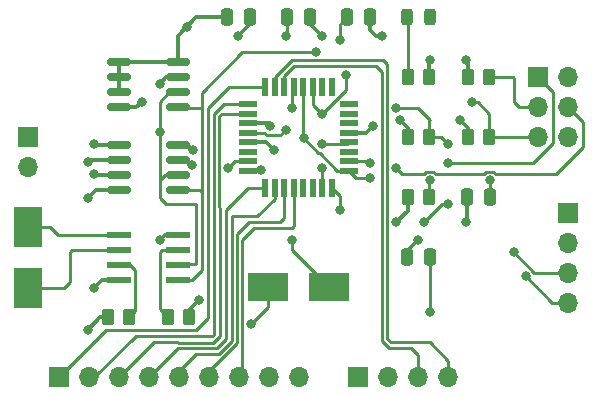
<source format=gtl>
%TF.GenerationSoftware,KiCad,Pcbnew,(6.0.0)*%
%TF.CreationDate,2022-01-07T19:36:24+08:00*%
%TF.ProjectId,pj4_MCU,706a345f-4d43-4552-9e6b-696361645f70,1*%
%TF.SameCoordinates,Original*%
%TF.FileFunction,Copper,L1,Top*%
%TF.FilePolarity,Positive*%
%FSLAX46Y46*%
G04 Gerber Fmt 4.6, Leading zero omitted, Abs format (unit mm)*
G04 Created by KiCad (PCBNEW (6.0.0)) date 2022-01-07 19:36:24*
%MOMM*%
%LPD*%
G01*
G04 APERTURE LIST*
G04 Aperture macros list*
%AMRoundRect*
0 Rectangle with rounded corners*
0 $1 Rounding radius*
0 $2 $3 $4 $5 $6 $7 $8 $9 X,Y pos of 4 corners*
0 Add a 4 corners polygon primitive as box body*
4,1,4,$2,$3,$4,$5,$6,$7,$8,$9,$2,$3,0*
0 Add four circle primitives for the rounded corners*
1,1,$1+$1,$2,$3*
1,1,$1+$1,$4,$5*
1,1,$1+$1,$6,$7*
1,1,$1+$1,$8,$9*
0 Add four rect primitives between the rounded corners*
20,1,$1+$1,$2,$3,$4,$5,0*
20,1,$1+$1,$4,$5,$6,$7,0*
20,1,$1+$1,$6,$7,$8,$9,0*
20,1,$1+$1,$8,$9,$2,$3,0*%
G04 Aperture macros list end*
%TA.AperFunction,SMDPad,CuDef*%
%ADD10RoundRect,0.150000X-0.825000X-0.150000X0.825000X-0.150000X0.825000X0.150000X-0.825000X0.150000X0*%
%TD*%
%TA.AperFunction,SMDPad,CuDef*%
%ADD11RoundRect,0.250000X-0.250000X-0.475000X0.250000X-0.475000X0.250000X0.475000X-0.250000X0.475000X0*%
%TD*%
%TA.AperFunction,ComponentPad*%
%ADD12O,1.700000X1.700000*%
%TD*%
%TA.AperFunction,ComponentPad*%
%ADD13R,1.700000X1.700000*%
%TD*%
%TA.AperFunction,SMDPad,CuDef*%
%ADD14RoundRect,0.250000X-0.262500X-0.450000X0.262500X-0.450000X0.262500X0.450000X-0.262500X0.450000X0*%
%TD*%
%TA.AperFunction,SMDPad,CuDef*%
%ADD15RoundRect,0.250000X0.262500X0.450000X-0.262500X0.450000X-0.262500X-0.450000X0.262500X-0.450000X0*%
%TD*%
%TA.AperFunction,SMDPad,CuDef*%
%ADD16R,0.550000X1.500000*%
%TD*%
%TA.AperFunction,SMDPad,CuDef*%
%ADD17R,1.500000X0.550000*%
%TD*%
%TA.AperFunction,SMDPad,CuDef*%
%ADD18R,3.500000X2.400000*%
%TD*%
%TA.AperFunction,SMDPad,CuDef*%
%ADD19RoundRect,0.041300X-0.943700X-0.253700X0.943700X-0.253700X0.943700X0.253700X-0.943700X0.253700X0*%
%TD*%
%TA.AperFunction,SMDPad,CuDef*%
%ADD20RoundRect,0.243750X-0.243750X-0.456250X0.243750X-0.456250X0.243750X0.456250X-0.243750X0.456250X0*%
%TD*%
%TA.AperFunction,SMDPad,CuDef*%
%ADD21R,2.400000X3.500000*%
%TD*%
%TA.AperFunction,ViaPad*%
%ADD22C,0.800000*%
%TD*%
%TA.AperFunction,Conductor*%
%ADD23C,0.250000*%
%TD*%
%TA.AperFunction,Conductor*%
%ADD24C,0.350000*%
%TD*%
G04 APERTURE END LIST*
D10*
%TO.P,U3,8,VCC*%
%TO.N,/VCC*%
X123953000Y-119441000D03*
%TO.P,U3,7,WP*%
%TO.N,GND*%
X123953000Y-120711000D03*
%TO.P,U3,6,SCL*%
%TO.N,/SCK*%
X123953000Y-121981000D03*
%TO.P,U3,5,SDA*%
%TO.N,/SDA*%
X123953000Y-123251000D03*
%TO.P,U3,4,GND*%
%TO.N,GND*%
X119003000Y-123251000D03*
%TO.P,U3,3,A2*%
%TO.N,/VCC*%
X119003000Y-121981000D03*
%TO.P,U3,2,A1*%
%TO.N,GND*%
X119003000Y-120711000D03*
%TO.P,U3,1,A0*%
%TO.N,/VCC*%
X119003000Y-119441000D03*
%TD*%
%TO.P,U1,1,A0*%
%TO.N,/VCC*%
X119003000Y-112456000D03*
%TO.P,U1,2,A1*%
X119003000Y-113726000D03*
%TO.P,U1,3,A2*%
X119003000Y-114996000D03*
%TO.P,U1,4,GND*%
%TO.N,GND*%
X119003000Y-116266000D03*
%TO.P,U1,5,SDA*%
%TO.N,/SDA*%
X123953000Y-116266000D03*
%TO.P,U1,6,SCL*%
%TO.N,/SCK*%
X123953000Y-114996000D03*
%TO.P,U1,7,WP*%
%TO.N,GND*%
X123953000Y-113726000D03*
%TO.P,U1,8,VCC*%
%TO.N,/VCC*%
X123953000Y-112456000D03*
%TD*%
D11*
%TO.P,C1,1*%
%TO.N,/VCC*%
X128148000Y-108646000D03*
%TO.P,C1,2*%
%TO.N,GND*%
X130048000Y-108646000D03*
%TD*%
D12*
%TO.P,BT1,2,-*%
%TO.N,GND*%
X111318000Y-121346000D03*
D13*
%TO.P,BT1,1,+*%
%TO.N,/VCC*%
X111318000Y-118806000D03*
%TD*%
%TO.P,J3,1,Pin_1*%
%TO.N,GND*%
X157038000Y-125166000D03*
D12*
%TO.P,J3,2,Pin_2*%
%TO.N,/VCC*%
X157038000Y-127706000D03*
%TO.P,J3,3,Pin_3*%
%TO.N,/SDA*%
X157038000Y-130246000D03*
%TO.P,J3,4,Pin_4*%
%TO.N,/SCK*%
X157038000Y-132786000D03*
%TD*%
D13*
%TO.P,J2,1,Pin_1*%
%TO.N,/MISO*%
X154498000Y-113726000D03*
D12*
%TO.P,J2,2,Pin_2*%
%TO.N,/VCC*%
X157038000Y-113726000D03*
%TO.P,J2,3,Pin_3*%
%TO.N,/SCK*%
X154498000Y-116266000D03*
%TO.P,J2,4,Pin_4*%
%TO.N,/MOSI*%
X157038000Y-116266000D03*
%TO.P,J2,5,Pin_5*%
%TO.N,/RESET*%
X154498000Y-118806000D03*
%TO.P,J2,6,Pin_6*%
%TO.N,GND*%
X157038000Y-118806000D03*
%TD*%
D14*
%TO.P,R4,1*%
%TO.N,/VCC*%
X143425500Y-118806000D03*
%TO.P,R4,2*%
%TO.N,/SDA*%
X145250500Y-118806000D03*
%TD*%
D11*
%TO.P,C7,1*%
%TO.N,GND*%
X148468000Y-123886000D03*
%TO.P,C7,2*%
%TO.N,Net-(U4-Pad20)*%
X150368000Y-123886000D03*
%TD*%
D15*
%TO.P,R2,1*%
%TO.N,/VCC*%
X124930500Y-134046000D03*
%TO.P,R2,2*%
%TO.N,Net-(U2-Pad7)*%
X123105500Y-134046000D03*
%TD*%
D14*
%TO.P,R1,1*%
%TO.N,/VCC*%
X118025500Y-134046000D03*
%TO.P,R1,2*%
%TO.N,Net-(U2-Pad3)*%
X119850500Y-134046000D03*
%TD*%
D11*
%TO.P,C6,1*%
%TO.N,Net-(Y2-Pad1)*%
X133228000Y-108646000D03*
%TO.P,C6,2*%
%TO.N,GND*%
X135128000Y-108646000D03*
%TD*%
D16*
%TO.P,U4,32,PD2*%
%TO.N,/D2*%
X131378000Y-114506000D03*
%TO.P,U4,31,PD1*%
%TO.N,/TX*%
X132178000Y-114506000D03*
%TO.P,U4,30,PD0*%
%TO.N,/RX*%
X132978000Y-114506000D03*
%TO.P,U4,29,PC6/~{RESET}*%
%TO.N,/RESET*%
X133778000Y-114506000D03*
%TO.P,U4,28,PC5*%
%TO.N,/SCK*%
X134578000Y-114506000D03*
%TO.P,U4,27,PC4*%
%TO.N,/SDA*%
X135378000Y-114506000D03*
%TO.P,U4,26,PC3*%
%TO.N,unconnected-(U4-Pad26)*%
X136178000Y-114506000D03*
%TO.P,U4,25,PC2*%
%TO.N,unconnected-(U4-Pad25)*%
X136978000Y-114506000D03*
D17*
%TO.P,U4,24,PC1*%
%TO.N,unconnected-(U4-Pad24)*%
X138478000Y-116006000D03*
%TO.P,U4,23,PC0*%
%TO.N,unconnected-(U4-Pad23)*%
X138478000Y-116806000D03*
%TO.P,U4,22,ADC7*%
%TO.N,unconnected-(U4-Pad22)*%
X138478000Y-117606000D03*
%TO.P,U4,21,GND*%
%TO.N,GND*%
X138478000Y-118406000D03*
%TO.P,U4,20,AREF*%
%TO.N,Net-(U4-Pad20)*%
X138478000Y-119206000D03*
%TO.P,U4,19,ADC6*%
%TO.N,unconnected-(U4-Pad19)*%
X138478000Y-120006000D03*
%TO.P,U4,18,AVCC*%
%TO.N,/VCC*%
X138478000Y-120806000D03*
%TO.P,U4,17,PB5*%
%TO.N,/SCK*%
X138478000Y-121606000D03*
D16*
%TO.P,U4,16,PB4*%
%TO.N,/MISO*%
X136978000Y-123106000D03*
%TO.P,U4,15,PB3*%
%TO.N,/MOSI*%
X136178000Y-123106000D03*
%TO.P,U4,14,PB2*%
%TO.N,unconnected-(U4-Pad14)*%
X135378000Y-123106000D03*
%TO.P,U4,13,PB1*%
%TO.N,unconnected-(U4-Pad13)*%
X134578000Y-123106000D03*
%TO.P,U4,12,PB0*%
%TO.N,/D8*%
X133778000Y-123106000D03*
%TO.P,U4,11,PD7*%
%TO.N,/D7*%
X132978000Y-123106000D03*
%TO.P,U4,10,PD6*%
%TO.N,/D6*%
X132178000Y-123106000D03*
%TO.P,U4,9,PD5*%
%TO.N,/D5*%
X131378000Y-123106000D03*
D17*
%TO.P,U4,8,PB7*%
%TO.N,Net-(Y2-Pad1)*%
X129878000Y-121606000D03*
%TO.P,U4,7,PB6*%
%TO.N,Net-(U4-Pad7)*%
X129878000Y-120806000D03*
%TO.P,U4,6,VCC*%
%TO.N,unconnected-(U4-Pad6)*%
X129878000Y-120006000D03*
%TO.P,U4,5,GND*%
%TO.N,GND*%
X129878000Y-119206000D03*
%TO.P,U4,4,VCC*%
%TO.N,/VCC*%
X129878000Y-118406000D03*
%TO.P,U4,3,GND*%
%TO.N,GND*%
X129878000Y-117606000D03*
%TO.P,U4,2,PD4*%
%TO.N,/D4*%
X129878000Y-116806000D03*
%TO.P,U4,1,PD3*%
%TO.N,/D3*%
X129878000Y-116006000D03*
%TD*%
D18*
%TO.P,Y2,1,1*%
%TO.N,Net-(Y2-Pad1)*%
X136778000Y-131506000D03*
%TO.P,Y2,2,2*%
%TO.N,Net-(U4-Pad7)*%
X131578000Y-131506000D03*
%TD*%
D13*
%TO.P,J4,1,Pin_1*%
%TO.N,GND*%
X139258000Y-139126000D03*
D12*
%TO.P,J4,2,Pin_2*%
%TO.N,/VCC*%
X141798000Y-139126000D03*
%TO.P,J4,3,Pin_3*%
%TO.N,/RX*%
X144338000Y-139126000D03*
%TO.P,J4,4,Pin_4*%
%TO.N,/TX*%
X146878000Y-139126000D03*
%TD*%
D19*
%TO.P,U2,1,X1*%
%TO.N,Net-(U2-Pad1)*%
X119003000Y-127061000D03*
%TO.P,U2,2,X2*%
%TO.N,Net-(U2-Pad2)*%
X119003000Y-128331000D03*
%TO.P,U2,3,~{INTA}*%
%TO.N,Net-(U2-Pad3)*%
X119003000Y-129601000D03*
%TO.P,U2,4,GND*%
%TO.N,GND*%
X119003000Y-130871000D03*
%TO.P,U2,5,SDA*%
%TO.N,/SDA*%
X123953000Y-130871000D03*
%TO.P,U2,6,SCL*%
%TO.N,/SCK*%
X123953000Y-129601000D03*
%TO.P,U2,7,SQW/~{INT}*%
%TO.N,Net-(U2-Pad7)*%
X123953000Y-128331000D03*
%TO.P,U2,8,VCC*%
%TO.N,/VCC*%
X123953000Y-127061000D03*
%TD*%
D11*
%TO.P,C8,1*%
%TO.N,/VCC*%
X138308000Y-108646000D03*
%TO.P,C8,2*%
%TO.N,GND*%
X140208000Y-108646000D03*
%TD*%
D14*
%TO.P,R7,1*%
%TO.N,Net-(D2-Pad1)*%
X143425500Y-113726000D03*
%TO.P,R7,2*%
%TO.N,GND*%
X145250500Y-113726000D03*
%TD*%
%TO.P,R6,1*%
%TO.N,/VCC*%
X148505500Y-118806000D03*
%TO.P,R6,2*%
%TO.N,/RESET*%
X150330500Y-118806000D03*
%TD*%
D11*
%TO.P,C5,1*%
%TO.N,GND*%
X143388000Y-128966000D03*
%TO.P,C5,2*%
%TO.N,Net-(U4-Pad7)*%
X145288000Y-128966000D03*
%TD*%
D20*
%TO.P,D2,1,K*%
%TO.N,Net-(D2-Pad1)*%
X143400500Y-108646000D03*
%TO.P,D2,2,A*%
%TO.N,Net-(U4-Pad18)*%
X145275500Y-108646000D03*
%TD*%
D21*
%TO.P,Y1,1,1*%
%TO.N,Net-(U2-Pad2)*%
X111318000Y-131566000D03*
%TO.P,Y1,2,2*%
%TO.N,Net-(U2-Pad1)*%
X111318000Y-126366000D03*
%TD*%
D13*
%TO.P,J1,1,Pin_1*%
%TO.N,/D2*%
X113868000Y-139126000D03*
D12*
%TO.P,J1,2,Pin_2*%
%TO.N,/D3*%
X116408000Y-139126000D03*
%TO.P,J1,3,Pin_3*%
%TO.N,/D4*%
X118948000Y-139126000D03*
%TO.P,J1,4,Pin_4*%
%TO.N,/D5*%
X121488000Y-139126000D03*
%TO.P,J1,5,Pin_5*%
%TO.N,/D6*%
X124028000Y-139126000D03*
%TO.P,J1,6,Pin_6*%
%TO.N,/D7*%
X126568000Y-139126000D03*
%TO.P,J1,7,Pin_7*%
%TO.N,/D8*%
X129108000Y-139126000D03*
%TO.P,J1,8,Pin_8*%
%TO.N,GND*%
X131648000Y-139126000D03*
%TO.P,J1,9,Pin_9*%
%TO.N,/VCC*%
X134188000Y-139126000D03*
%TD*%
D14*
%TO.P,R5,1*%
%TO.N,GND*%
X148505500Y-113726000D03*
%TO.P,R5,2*%
%TO.N,/SCK*%
X150330500Y-113726000D03*
%TD*%
%TO.P,R3,1*%
%TO.N,/VCC*%
X143425500Y-123886000D03*
%TO.P,R3,2*%
%TO.N,/SCK*%
X145250500Y-123886000D03*
%TD*%
D22*
%TO.N,/SDA*%
X138176000Y-113500500D03*
X135636000Y-111543500D03*
%TO.N,GND*%
X125168770Y-121133505D03*
%TO.N,/MISO*%
X137668000Y-124968000D03*
X144780000Y-125984000D03*
X146812000Y-120962469D03*
X146812000Y-124460000D03*
%TO.N,/VCC*%
X137668000Y-110527500D03*
X147828000Y-117348000D03*
X142748000Y-117348000D03*
X142448020Y-125984000D03*
X133096000Y-118147500D03*
X140208000Y-120962469D03*
%TO.N,GND*%
X140449500Y-117856000D03*
X132080000Y-119888000D03*
X131811972Y-117856000D03*
%TO.N,/VCC*%
X122428000Y-127508000D03*
X125775980Y-132588000D03*
X116332000Y-135128000D03*
X125209500Y-119887941D03*
X116840000Y-121920000D03*
X116840000Y-119380000D03*
X124714000Y-109474000D03*
%TO.N,GND*%
X144272000Y-127508000D03*
X148336000Y-125984000D03*
X148336000Y-112268000D03*
X145288000Y-112268000D03*
X141224000Y-110236000D03*
X136144000Y-110236000D03*
X129032000Y-110236000D03*
X120904000Y-115824000D03*
X122428000Y-114300000D03*
X116840000Y-131572000D03*
X116332000Y-120904000D03*
X116332000Y-123952000D03*
%TO.N,/RESET*%
X133604000Y-116332000D03*
X148844000Y-115824000D03*
%TO.N,/SCK*%
X122428000Y-118364000D03*
X122428000Y-118364000D03*
X134615693Y-118876307D03*
%TO.N,Net-(U4-Pad7)*%
X145288000Y-133604000D03*
X128174020Y-121412000D03*
X130147540Y-134620000D03*
%TO.N,/SCK*%
X153411701Y-130560299D03*
%TO.N,/SDA*%
X146812000Y-119380000D03*
X152400000Y-128524000D03*
%TO.N,Net-(U4-Pad20)*%
X150368000Y-122428000D03*
X136144000Y-119380000D03*
%TO.N,Net-(Y2-Pad1)*%
X133096000Y-110236000D03*
X131037472Y-121518875D03*
X133604000Y-127508000D03*
%TO.N,/SCK*%
X140208000Y-122211500D03*
X145288000Y-122428000D03*
%TO.N,/SDA*%
X136144000Y-116840000D03*
X142398020Y-116332000D03*
%TO.N,/MOSI*%
X136144000Y-121412000D03*
X142398020Y-121412000D03*
%TD*%
D23*
%TO.N,/SCK*%
X122428000Y-118872000D02*
X122428000Y-115824000D01*
X122428000Y-115824000D02*
X123256000Y-114996000D01*
X123256000Y-114996000D02*
X123953000Y-114996000D01*
%TO.N,/SDA*%
X123953000Y-116266000D02*
X124019000Y-116332000D01*
X124019000Y-116332000D02*
X125984000Y-116332000D01*
X125984000Y-116332000D02*
X125825980Y-116332000D01*
X125984000Y-116840000D02*
X125984000Y-123385520D01*
X125984000Y-116840000D02*
X125984000Y-114998141D01*
X125984000Y-114998141D02*
X129438641Y-111543500D01*
X129438641Y-111543500D02*
X135636000Y-111543500D01*
X138176000Y-113500500D02*
X138176000Y-114808000D01*
X138176000Y-114808000D02*
X136144000Y-116840000D01*
X125984000Y-116332000D02*
X125984000Y-116840000D01*
%TO.N,/TX*%
X132178000Y-113694000D02*
X132178000Y-114506000D01*
X133604000Y-112268000D02*
X132178000Y-113694000D01*
X141673520Y-112589802D02*
X141351718Y-112268000D01*
X141351718Y-112268000D02*
X133604000Y-112268000D01*
X141991718Y-136144000D02*
X141673520Y-135825802D01*
X146878000Y-137734000D02*
X145288000Y-136144000D01*
X145288000Y-136144000D02*
X141991718Y-136144000D01*
X141673520Y-135825802D02*
X141673520Y-112589802D01*
X146878000Y-139126000D02*
X146878000Y-137734000D01*
%TO.N,/RX*%
X132978000Y-113631978D02*
X132978000Y-114506000D01*
X133833978Y-112776000D02*
X132978000Y-113631978D01*
X141224000Y-136011999D02*
X141224000Y-113284000D01*
X141224000Y-113284000D02*
X140716000Y-112776000D01*
X141805520Y-136593520D02*
X141224000Y-136011999D01*
X143705520Y-136593520D02*
X141805520Y-136593520D01*
X140716000Y-112776000D02*
X133833978Y-112776000D01*
X144338000Y-139126000D02*
X144338000Y-137226000D01*
X144338000Y-137226000D02*
X143705520Y-136593520D01*
D24*
%TO.N,GND*%
X124746265Y-120711000D02*
X125168770Y-121133505D01*
X123953000Y-120711000D02*
X124746265Y-120711000D01*
D23*
%TO.N,/MISO*%
X137668000Y-123796000D02*
X136978000Y-123106000D01*
X137668000Y-124968000D02*
X137668000Y-123796000D01*
X146304000Y-124460000D02*
X144780000Y-125984000D01*
X146812000Y-124460000D02*
X146304000Y-124460000D01*
X154002541Y-120962469D02*
X146812000Y-120962469D01*
X154498000Y-113726000D02*
X155722511Y-114950511D01*
X155722511Y-114950511D02*
X155722511Y-119242499D01*
X155722511Y-119242499D02*
X154002541Y-120962469D01*
%TO.N,/MOSI*%
X142906020Y-121920000D02*
X142398020Y-121412000D01*
X144771386Y-121920000D02*
X142906020Y-121920000D01*
X144987897Y-121703489D02*
X144771386Y-121920000D01*
X145588103Y-121703489D02*
X144987897Y-121703489D01*
X145804614Y-121920000D02*
X145588103Y-121703489D01*
X150067897Y-121703489D02*
X149851386Y-121920000D01*
X150884614Y-121920000D02*
X150668103Y-121703489D01*
X150668103Y-121703489D02*
X150067897Y-121703489D01*
X149851386Y-121920000D02*
X145804614Y-121920000D01*
X158262511Y-119613489D02*
X155956000Y-121920000D01*
X158262511Y-117490511D02*
X158262511Y-119613489D01*
X155956000Y-121920000D02*
X150884614Y-121920000D01*
X157038000Y-116266000D02*
X158262511Y-117490511D01*
%TO.N,Net-(U4-Pad20)*%
X150368000Y-122428000D02*
X150368000Y-123886000D01*
%TO.N,/SCK*%
X145250500Y-122465500D02*
X145288000Y-122428000D01*
X145250500Y-123886000D02*
X145250500Y-122465500D01*
X145250500Y-122390500D02*
X145288000Y-122428000D01*
%TO.N,/VCC*%
X137668000Y-110236000D02*
X137668000Y-110527500D01*
X137668000Y-109286000D02*
X137668000Y-110236000D01*
X138308000Y-108646000D02*
X137668000Y-109286000D01*
D24*
X148505500Y-118025500D02*
X147828000Y-117348000D01*
X148505500Y-118806000D02*
X148505500Y-118025500D01*
X143425500Y-118025500D02*
X142748000Y-117348000D01*
X143425500Y-118806000D02*
X143425500Y-118025500D01*
X143425500Y-125006520D02*
X142448020Y-125984000D01*
X143425500Y-123886000D02*
X143425500Y-125006520D01*
D23*
X132612989Y-118630511D02*
X133096000Y-118147500D01*
X131491158Y-118630511D02*
X132612989Y-118630511D01*
X131266647Y-118406000D02*
X131491158Y-118630511D01*
X129878000Y-118406000D02*
X131266647Y-118406000D01*
X140051531Y-120806000D02*
X140208000Y-120962469D01*
X138478000Y-120806000D02*
X140051531Y-120806000D01*
D24*
%TO.N,GND*%
X139899500Y-118406000D02*
X140449500Y-117856000D01*
X138478000Y-118406000D02*
X139899500Y-118406000D01*
X131398000Y-119206000D02*
X132080000Y-119888000D01*
X129878000Y-119206000D02*
X131398000Y-119206000D01*
X131561972Y-117606000D02*
X131811972Y-117856000D01*
X129878000Y-117606000D02*
X131561972Y-117606000D01*
%TO.N,/VCC*%
X122875000Y-127061000D02*
X122428000Y-127508000D01*
X123953000Y-127061000D02*
X122875000Y-127061000D01*
X124930500Y-133433480D02*
X125775980Y-132588000D01*
X124930500Y-134046000D02*
X124930500Y-133433480D01*
X117414000Y-134046000D02*
X116332000Y-135128000D01*
X118025500Y-134046000D02*
X117414000Y-134046000D01*
X124762559Y-119441000D02*
X125209500Y-119887941D01*
X123953000Y-119441000D02*
X124762559Y-119441000D01*
X116901000Y-121981000D02*
X116840000Y-121920000D01*
X119003000Y-121981000D02*
X116901000Y-121981000D01*
X116901000Y-119441000D02*
X116840000Y-119380000D01*
X119003000Y-119441000D02*
X116901000Y-119441000D01*
X125542000Y-108646000D02*
X128148000Y-108646000D01*
X123952000Y-110236000D02*
X125542000Y-108646000D01*
X123952000Y-112455000D02*
X123952000Y-110236000D01*
X123953000Y-112456000D02*
X123952000Y-112455000D01*
%TO.N,GND*%
X143388000Y-128392000D02*
X144272000Y-127508000D01*
X143388000Y-128966000D02*
X143388000Y-128392000D01*
X148468000Y-125852000D02*
X148336000Y-125984000D01*
X148468000Y-123886000D02*
X148468000Y-125852000D01*
X148505500Y-112437500D02*
X148336000Y-112268000D01*
X148505500Y-113726000D02*
X148505500Y-112437500D01*
X145250500Y-112305500D02*
X145288000Y-112268000D01*
X145250500Y-113726000D02*
X145250500Y-112305500D01*
X140716000Y-110236000D02*
X141224000Y-110236000D01*
X140208000Y-109728000D02*
X140716000Y-110236000D01*
X140208000Y-108646000D02*
X140208000Y-109728000D01*
X135128000Y-109220000D02*
X136144000Y-110236000D01*
X135128000Y-108646000D02*
X135128000Y-109220000D01*
X130048000Y-109220000D02*
X129032000Y-110236000D01*
X130048000Y-108646000D02*
X130048000Y-109220000D01*
X120462000Y-116266000D02*
X120904000Y-115824000D01*
X119003000Y-116266000D02*
X120462000Y-116266000D01*
X123002000Y-113726000D02*
X122428000Y-114300000D01*
X123953000Y-113726000D02*
X123002000Y-113726000D01*
X117541000Y-130871000D02*
X116840000Y-131572000D01*
X119003000Y-130871000D02*
X117541000Y-130871000D01*
X116525000Y-120711000D02*
X116332000Y-120904000D01*
X119003000Y-120711000D02*
X116525000Y-120711000D01*
X117033000Y-123251000D02*
X116332000Y-123952000D01*
X119003000Y-123251000D02*
X117033000Y-123251000D01*
D23*
%TO.N,/RESET*%
X133604000Y-114680000D02*
X133778000Y-114506000D01*
X133604000Y-116332000D02*
X133604000Y-114680000D01*
X149352000Y-115824000D02*
X148844000Y-115824000D01*
X150330500Y-116802500D02*
X149352000Y-115824000D01*
X150330500Y-118806000D02*
X150330500Y-116802500D01*
%TO.N,/SDA*%
X145250500Y-117385500D02*
X145250500Y-118806000D01*
X145288000Y-117348000D02*
X145250500Y-117385500D01*
X142398020Y-116332000D02*
X144272000Y-116332000D01*
X144272000Y-116332000D02*
X145288000Y-117348000D01*
%TO.N,/D2*%
X128318000Y-114506000D02*
X131378000Y-114506000D01*
X126550480Y-134053520D02*
X126550480Y-116273520D01*
X125483480Y-135120520D02*
X126550480Y-134053520D01*
X126550480Y-116273520D02*
X128318000Y-114506000D01*
X117873480Y-135120520D02*
X125483480Y-135120520D01*
X113868000Y-139126000D02*
X117873480Y-135120520D01*
%TO.N,/SDA*%
X125984000Y-123444000D02*
X125791000Y-123251000D01*
X125791000Y-123251000D02*
X123953000Y-123251000D01*
X125984000Y-130048000D02*
X125984000Y-123444000D01*
X125161000Y-130871000D02*
X125984000Y-130048000D01*
X123953000Y-130871000D02*
X125161000Y-130871000D01*
%TO.N,/SCK*%
X122428000Y-123952000D02*
X122428000Y-122428000D01*
X125476000Y-124460000D02*
X122936000Y-124460000D01*
X125476000Y-129540000D02*
X125476000Y-124460000D01*
X122936000Y-124460000D02*
X122428000Y-123952000D01*
X124397747Y-129601000D02*
X124458747Y-129540000D01*
X123953000Y-129601000D02*
X124397747Y-129601000D01*
X124458747Y-129540000D02*
X125476000Y-129540000D01*
%TO.N,/D3*%
X126872282Y-135636000D02*
X120396000Y-135636000D01*
X127000000Y-116840000D02*
X127000000Y-135508282D01*
X127834000Y-116006000D02*
X127000000Y-116840000D01*
X120396000Y-135636000D02*
X116906000Y-139126000D01*
X116906000Y-139126000D02*
X116408000Y-139126000D01*
X129878000Y-116006000D02*
X127834000Y-116006000D01*
X127000000Y-135508282D02*
X126872282Y-135636000D01*
%TO.N,/D4*%
X121930000Y-136144000D02*
X118948000Y-139126000D01*
X123952000Y-136144000D02*
X121930000Y-136144000D01*
X126941520Y-136202480D02*
X124010480Y-136202480D01*
X127566480Y-135577520D02*
X126941520Y-136202480D01*
X127449509Y-124664831D02*
X127566480Y-124781802D01*
X127449509Y-117026209D02*
X127449509Y-124664831D01*
X124010480Y-136202480D02*
X123952000Y-136144000D01*
X127669718Y-116806000D02*
X127449509Y-117026209D01*
X129878000Y-116806000D02*
X127669718Y-116806000D01*
X127566480Y-124781802D02*
X127566480Y-135577520D01*
%TO.N,/D5*%
X129878000Y-123106000D02*
X131378000Y-123106000D01*
X128016000Y-124968000D02*
X129878000Y-123106000D01*
X128016000Y-135888564D02*
X128016000Y-124968000D01*
X123952000Y-136652000D02*
X127252564Y-136652000D01*
X121488000Y-139116000D02*
X123952000Y-136652000D01*
X127252564Y-136652000D02*
X128016000Y-135888564D01*
X121488000Y-139126000D02*
X121488000Y-139116000D01*
%TO.N,/D6*%
X132178000Y-123980022D02*
X132178000Y-123106000D01*
X128524000Y-125476000D02*
X130682022Y-125476000D01*
X130682022Y-125476000D02*
X132178000Y-123980022D01*
X128524000Y-136016282D02*
X128524000Y-125476000D01*
X124028000Y-138608000D02*
X125534480Y-137101520D01*
X125534480Y-137101520D02*
X127438762Y-137101520D01*
X127438762Y-137101520D02*
X128524000Y-136016282D01*
X124028000Y-139126000D02*
X124028000Y-138608000D01*
%TO.N,/D7*%
X132978000Y-125594000D02*
X132978000Y-123106000D01*
X129989520Y-125984000D02*
X132588000Y-125984000D01*
X128973520Y-127000000D02*
X129989520Y-125984000D01*
X132588000Y-125984000D02*
X132978000Y-125594000D01*
X128973520Y-136202480D02*
X128973520Y-127000000D01*
X126568000Y-138608000D02*
X128973520Y-136202480D01*
X126568000Y-139126000D02*
X126568000Y-138608000D01*
%TO.N,/SCK*%
X134615693Y-118876307D02*
X134578000Y-118838614D01*
X134578000Y-118838614D02*
X134578000Y-114506000D01*
X135976511Y-120104511D02*
X135843897Y-120104511D01*
X135843897Y-120104511D02*
X134615693Y-118876307D01*
X137478000Y-121606000D02*
X135976511Y-120104511D01*
X138478000Y-121606000D02*
X137478000Y-121606000D01*
%TO.N,Net-(U4-Pad7)*%
X145288000Y-128966000D02*
X145288000Y-133604000D01*
X131578000Y-133189540D02*
X131578000Y-131506000D01*
X130147540Y-134620000D02*
X131578000Y-133189540D01*
X128780020Y-120806000D02*
X128174020Y-121412000D01*
X129878000Y-120806000D02*
X128780020Y-120806000D01*
%TO.N,/SCK*%
X155637402Y-132786000D02*
X153411701Y-130560299D01*
X157038000Y-132786000D02*
X155637402Y-132786000D01*
%TO.N,/SDA*%
X146238000Y-118806000D02*
X146812000Y-119380000D01*
X145250500Y-118806000D02*
X146238000Y-118806000D01*
X154122000Y-130246000D02*
X152400000Y-128524000D01*
X157038000Y-130246000D02*
X154122000Y-130246000D01*
%TO.N,Net-(U4-Pad20)*%
X138304000Y-119380000D02*
X138478000Y-119206000D01*
X136144000Y-119380000D02*
X138304000Y-119380000D01*
%TO.N,Net-(Y2-Pad1)*%
X133604000Y-128332000D02*
X133604000Y-127508000D01*
X136778000Y-131506000D02*
X133604000Y-128332000D01*
X133228000Y-110104000D02*
X133228000Y-108646000D01*
X133096000Y-110236000D02*
X133228000Y-110104000D01*
X130878000Y-121606000D02*
X131002511Y-121481489D01*
X129878000Y-121606000D02*
X130878000Y-121606000D01*
%TO.N,Net-(D2-Pad1)*%
X143425500Y-108671000D02*
X143400500Y-108646000D01*
X143425500Y-113726000D02*
X143425500Y-108671000D01*
%TO.N,/SCK*%
X139083500Y-122211500D02*
X138478000Y-121606000D01*
X140208000Y-122211500D02*
X139083500Y-122211500D01*
%TO.N,/SDA*%
X135378000Y-116074000D02*
X135378000Y-114506000D01*
X136144000Y-116840000D02*
X135378000Y-116074000D01*
%TO.N,/MOSI*%
X136144000Y-123072000D02*
X136178000Y-123106000D01*
X136144000Y-121412000D02*
X136144000Y-123072000D01*
%TO.N,/RESET*%
X154498000Y-118806000D02*
X150330500Y-118806000D01*
%TO.N,/SCK*%
X152400000Y-113792000D02*
X152334000Y-113726000D01*
X152334000Y-113726000D02*
X150330500Y-113726000D01*
X152400000Y-115824000D02*
X152400000Y-113792000D01*
X152842000Y-116266000D02*
X152400000Y-115824000D01*
X154498000Y-116266000D02*
X152842000Y-116266000D01*
X122428000Y-122428000D02*
X122428000Y-118872000D01*
X122875000Y-121981000D02*
X123953000Y-121981000D01*
X122428000Y-122428000D02*
X122875000Y-121981000D01*
D24*
%TO.N,/VCC*%
X119003000Y-114996000D02*
X119003000Y-112456000D01*
X119003000Y-112456000D02*
X123953000Y-112456000D01*
D23*
%TO.N,/SDA*%
X123953000Y-116331000D02*
X123953000Y-116266000D01*
%TO.N,Net-(U2-Pad1)*%
X113853000Y-127061000D02*
X119003000Y-127061000D01*
X113158000Y-126366000D02*
X113853000Y-127061000D01*
X111318000Y-126366000D02*
X113158000Y-126366000D01*
%TO.N,Net-(U2-Pad2)*%
X115001000Y-128331000D02*
X119003000Y-128331000D01*
X114808000Y-128524000D02*
X115001000Y-128331000D01*
X114808000Y-131064000D02*
X114808000Y-128524000D01*
X114306000Y-131566000D02*
X114808000Y-131064000D01*
X111318000Y-131566000D02*
X114306000Y-131566000D01*
%TO.N,Net-(U2-Pad3)*%
X119949000Y-129601000D02*
X119003000Y-129601000D01*
X120362520Y-130014520D02*
X119949000Y-129601000D01*
X120362520Y-133533980D02*
X120362520Y-130014520D01*
X119850500Y-134046000D02*
X120362520Y-133533980D01*
%TO.N,Net-(U2-Pad7)*%
X122621000Y-128331000D02*
X123953000Y-128331000D01*
X122428000Y-128524000D02*
X122621000Y-128331000D01*
X122428000Y-133368500D02*
X122428000Y-128524000D01*
X123105500Y-134046000D02*
X122428000Y-133368500D01*
%TO.N,/D8*%
X133778000Y-126318000D02*
X133778000Y-123106000D01*
X133604000Y-126492000D02*
X133778000Y-126318000D01*
X130439040Y-126492000D02*
X133604000Y-126492000D01*
X129423040Y-127508000D02*
X130439040Y-126492000D01*
X129423040Y-138810960D02*
X129423040Y-127508000D01*
X129108000Y-139126000D02*
X129423040Y-138810960D01*
%TD*%
M02*

</source>
